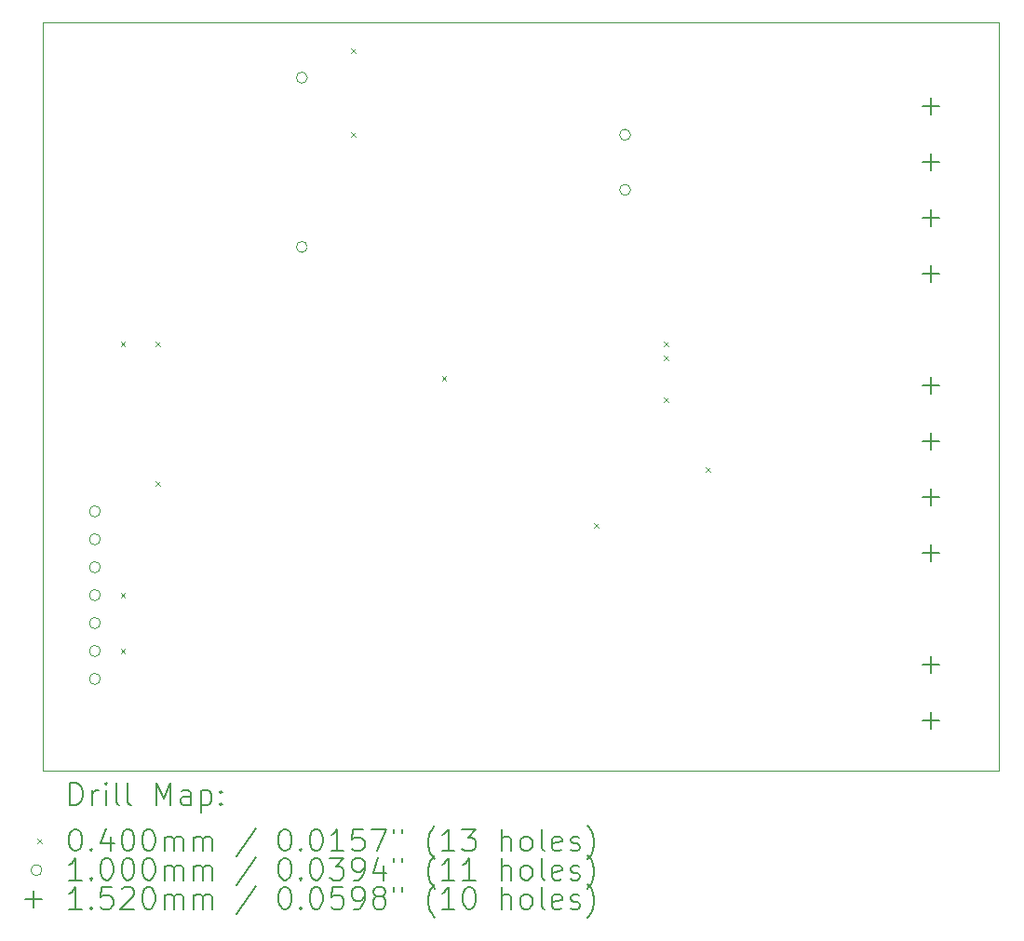
<source format=gbr>
%FSLAX45Y45*%
G04 Gerber Fmt 4.5, Leading zero omitted, Abs format (unit mm)*
G04 Created by KiCad (PCBNEW (6.0.0-0)) date 2022-03-09 14:39:02*
%MOMM*%
%LPD*%
G01*
G04 APERTURE LIST*
%TA.AperFunction,Profile*%
%ADD10C,0.100000*%
%TD*%
%ADD11C,0.200000*%
%ADD12C,0.040000*%
%ADD13C,0.100000*%
%ADD14C,0.152000*%
G04 APERTURE END LIST*
D10*
X10636000Y-5080000D02*
X19336000Y-5080000D01*
X10636000Y-11880000D02*
X10636000Y-5080000D01*
X19336000Y-11880000D02*
X19336000Y-5080000D01*
X10636000Y-11880000D02*
X19336000Y-11880000D01*
D11*
D12*
X11346500Y-7981000D02*
X11386500Y-8021000D01*
X11386500Y-7981000D02*
X11346500Y-8021000D01*
X11346500Y-10267000D02*
X11386500Y-10307000D01*
X11386500Y-10267000D02*
X11346500Y-10307000D01*
X11346500Y-10775000D02*
X11386500Y-10815000D01*
X11386500Y-10775000D02*
X11346500Y-10815000D01*
X11664000Y-7981000D02*
X11704000Y-8021000D01*
X11704000Y-7981000D02*
X11664000Y-8021000D01*
X11664000Y-9251000D02*
X11704000Y-9291000D01*
X11704000Y-9251000D02*
X11664000Y-9291000D01*
X13442000Y-5314000D02*
X13482000Y-5354000D01*
X13482000Y-5314000D02*
X13442000Y-5354000D01*
X13442000Y-6076000D02*
X13482000Y-6116000D01*
X13482000Y-6076000D02*
X13442000Y-6116000D01*
X14267500Y-8298500D02*
X14307500Y-8338500D01*
X14307500Y-8298500D02*
X14267500Y-8338500D01*
X15653000Y-9632000D02*
X15693000Y-9672000D01*
X15693000Y-9632000D02*
X15653000Y-9672000D01*
X16288000Y-7981000D02*
X16328000Y-8021000D01*
X16328000Y-7981000D02*
X16288000Y-8021000D01*
X16288000Y-8108000D02*
X16328000Y-8148000D01*
X16328000Y-8108000D02*
X16288000Y-8148000D01*
X16288000Y-8489000D02*
X16328000Y-8529000D01*
X16328000Y-8489000D02*
X16288000Y-8529000D01*
X16669000Y-9124000D02*
X16709000Y-9164000D01*
X16709000Y-9124000D02*
X16669000Y-9164000D01*
D13*
X11162500Y-9525000D02*
G75*
G03*
X11162500Y-9525000I-50000J0D01*
G01*
X11162500Y-9779000D02*
G75*
G03*
X11162500Y-9779000I-50000J0D01*
G01*
X11162500Y-10033000D02*
G75*
G03*
X11162500Y-10033000I-50000J0D01*
G01*
X11162500Y-10287000D02*
G75*
G03*
X11162500Y-10287000I-50000J0D01*
G01*
X11162500Y-10541000D02*
G75*
G03*
X11162500Y-10541000I-50000J0D01*
G01*
X11162500Y-10795000D02*
G75*
G03*
X11162500Y-10795000I-50000J0D01*
G01*
X11162500Y-11049000D02*
G75*
G03*
X11162500Y-11049000I-50000J0D01*
G01*
X13044250Y-5580000D02*
G75*
G03*
X13044250Y-5580000I-50000J0D01*
G01*
X13044250Y-7120000D02*
G75*
G03*
X13044250Y-7120000I-50000J0D01*
G01*
X15984250Y-6100000D02*
G75*
G03*
X15984250Y-6100000I-50000J0D01*
G01*
X15984250Y-6600000D02*
G75*
G03*
X15984250Y-6600000I-50000J0D01*
G01*
D14*
X18712500Y-5766000D02*
X18712500Y-5918000D01*
X18636500Y-5842000D02*
X18788500Y-5842000D01*
X18712500Y-6274000D02*
X18712500Y-6426000D01*
X18636500Y-6350000D02*
X18788500Y-6350000D01*
X18712500Y-6782000D02*
X18712500Y-6934000D01*
X18636500Y-6858000D02*
X18788500Y-6858000D01*
X18712500Y-7290000D02*
X18712500Y-7442000D01*
X18636500Y-7366000D02*
X18788500Y-7366000D01*
X18712500Y-8306000D02*
X18712500Y-8458000D01*
X18636500Y-8382000D02*
X18788500Y-8382000D01*
X18712500Y-8814000D02*
X18712500Y-8966000D01*
X18636500Y-8890000D02*
X18788500Y-8890000D01*
X18712500Y-9322000D02*
X18712500Y-9474000D01*
X18636500Y-9398000D02*
X18788500Y-9398000D01*
X18712500Y-9830000D02*
X18712500Y-9982000D01*
X18636500Y-9906000D02*
X18788500Y-9906000D01*
X18712500Y-10846000D02*
X18712500Y-10998000D01*
X18636500Y-10922000D02*
X18788500Y-10922000D01*
X18712500Y-11354000D02*
X18712500Y-11506000D01*
X18636500Y-11430000D02*
X18788500Y-11430000D01*
D11*
X10888619Y-12195476D02*
X10888619Y-11995476D01*
X10936238Y-11995476D01*
X10964810Y-12005000D01*
X10983857Y-12024048D01*
X10993381Y-12043095D01*
X11002905Y-12081190D01*
X11002905Y-12109762D01*
X10993381Y-12147857D01*
X10983857Y-12166905D01*
X10964810Y-12185952D01*
X10936238Y-12195476D01*
X10888619Y-12195476D01*
X11088619Y-12195476D02*
X11088619Y-12062143D01*
X11088619Y-12100238D02*
X11098143Y-12081190D01*
X11107667Y-12071667D01*
X11126714Y-12062143D01*
X11145762Y-12062143D01*
X11212428Y-12195476D02*
X11212428Y-12062143D01*
X11212428Y-11995476D02*
X11202905Y-12005000D01*
X11212428Y-12014524D01*
X11221952Y-12005000D01*
X11212428Y-11995476D01*
X11212428Y-12014524D01*
X11336238Y-12195476D02*
X11317190Y-12185952D01*
X11307667Y-12166905D01*
X11307667Y-11995476D01*
X11441000Y-12195476D02*
X11421952Y-12185952D01*
X11412428Y-12166905D01*
X11412428Y-11995476D01*
X11669571Y-12195476D02*
X11669571Y-11995476D01*
X11736238Y-12138333D01*
X11802905Y-11995476D01*
X11802905Y-12195476D01*
X11983857Y-12195476D02*
X11983857Y-12090714D01*
X11974333Y-12071667D01*
X11955286Y-12062143D01*
X11917190Y-12062143D01*
X11898143Y-12071667D01*
X11983857Y-12185952D02*
X11964809Y-12195476D01*
X11917190Y-12195476D01*
X11898143Y-12185952D01*
X11888619Y-12166905D01*
X11888619Y-12147857D01*
X11898143Y-12128809D01*
X11917190Y-12119286D01*
X11964809Y-12119286D01*
X11983857Y-12109762D01*
X12079095Y-12062143D02*
X12079095Y-12262143D01*
X12079095Y-12071667D02*
X12098143Y-12062143D01*
X12136238Y-12062143D01*
X12155286Y-12071667D01*
X12164809Y-12081190D01*
X12174333Y-12100238D01*
X12174333Y-12157381D01*
X12164809Y-12176428D01*
X12155286Y-12185952D01*
X12136238Y-12195476D01*
X12098143Y-12195476D01*
X12079095Y-12185952D01*
X12260048Y-12176428D02*
X12269571Y-12185952D01*
X12260048Y-12195476D01*
X12250524Y-12185952D01*
X12260048Y-12176428D01*
X12260048Y-12195476D01*
X12260048Y-12071667D02*
X12269571Y-12081190D01*
X12260048Y-12090714D01*
X12250524Y-12081190D01*
X12260048Y-12071667D01*
X12260048Y-12090714D01*
D12*
X10591000Y-12505000D02*
X10631000Y-12545000D01*
X10631000Y-12505000D02*
X10591000Y-12545000D01*
D11*
X10926714Y-12415476D02*
X10945762Y-12415476D01*
X10964810Y-12425000D01*
X10974333Y-12434524D01*
X10983857Y-12453571D01*
X10993381Y-12491667D01*
X10993381Y-12539286D01*
X10983857Y-12577381D01*
X10974333Y-12596428D01*
X10964810Y-12605952D01*
X10945762Y-12615476D01*
X10926714Y-12615476D01*
X10907667Y-12605952D01*
X10898143Y-12596428D01*
X10888619Y-12577381D01*
X10879095Y-12539286D01*
X10879095Y-12491667D01*
X10888619Y-12453571D01*
X10898143Y-12434524D01*
X10907667Y-12425000D01*
X10926714Y-12415476D01*
X11079095Y-12596428D02*
X11088619Y-12605952D01*
X11079095Y-12615476D01*
X11069571Y-12605952D01*
X11079095Y-12596428D01*
X11079095Y-12615476D01*
X11260048Y-12482143D02*
X11260048Y-12615476D01*
X11212428Y-12405952D02*
X11164810Y-12548809D01*
X11288619Y-12548809D01*
X11402905Y-12415476D02*
X11421952Y-12415476D01*
X11441000Y-12425000D01*
X11450524Y-12434524D01*
X11460048Y-12453571D01*
X11469571Y-12491667D01*
X11469571Y-12539286D01*
X11460048Y-12577381D01*
X11450524Y-12596428D01*
X11441000Y-12605952D01*
X11421952Y-12615476D01*
X11402905Y-12615476D01*
X11383857Y-12605952D01*
X11374333Y-12596428D01*
X11364809Y-12577381D01*
X11355286Y-12539286D01*
X11355286Y-12491667D01*
X11364809Y-12453571D01*
X11374333Y-12434524D01*
X11383857Y-12425000D01*
X11402905Y-12415476D01*
X11593381Y-12415476D02*
X11612428Y-12415476D01*
X11631476Y-12425000D01*
X11641000Y-12434524D01*
X11650524Y-12453571D01*
X11660048Y-12491667D01*
X11660048Y-12539286D01*
X11650524Y-12577381D01*
X11641000Y-12596428D01*
X11631476Y-12605952D01*
X11612428Y-12615476D01*
X11593381Y-12615476D01*
X11574333Y-12605952D01*
X11564809Y-12596428D01*
X11555286Y-12577381D01*
X11545762Y-12539286D01*
X11545762Y-12491667D01*
X11555286Y-12453571D01*
X11564809Y-12434524D01*
X11574333Y-12425000D01*
X11593381Y-12415476D01*
X11745762Y-12615476D02*
X11745762Y-12482143D01*
X11745762Y-12501190D02*
X11755286Y-12491667D01*
X11774333Y-12482143D01*
X11802905Y-12482143D01*
X11821952Y-12491667D01*
X11831476Y-12510714D01*
X11831476Y-12615476D01*
X11831476Y-12510714D02*
X11841000Y-12491667D01*
X11860048Y-12482143D01*
X11888619Y-12482143D01*
X11907667Y-12491667D01*
X11917190Y-12510714D01*
X11917190Y-12615476D01*
X12012428Y-12615476D02*
X12012428Y-12482143D01*
X12012428Y-12501190D02*
X12021952Y-12491667D01*
X12041000Y-12482143D01*
X12069571Y-12482143D01*
X12088619Y-12491667D01*
X12098143Y-12510714D01*
X12098143Y-12615476D01*
X12098143Y-12510714D02*
X12107667Y-12491667D01*
X12126714Y-12482143D01*
X12155286Y-12482143D01*
X12174333Y-12491667D01*
X12183857Y-12510714D01*
X12183857Y-12615476D01*
X12574333Y-12405952D02*
X12402905Y-12663095D01*
X12831476Y-12415476D02*
X12850524Y-12415476D01*
X12869571Y-12425000D01*
X12879095Y-12434524D01*
X12888619Y-12453571D01*
X12898143Y-12491667D01*
X12898143Y-12539286D01*
X12888619Y-12577381D01*
X12879095Y-12596428D01*
X12869571Y-12605952D01*
X12850524Y-12615476D01*
X12831476Y-12615476D01*
X12812428Y-12605952D01*
X12802905Y-12596428D01*
X12793381Y-12577381D01*
X12783857Y-12539286D01*
X12783857Y-12491667D01*
X12793381Y-12453571D01*
X12802905Y-12434524D01*
X12812428Y-12425000D01*
X12831476Y-12415476D01*
X12983857Y-12596428D02*
X12993381Y-12605952D01*
X12983857Y-12615476D01*
X12974333Y-12605952D01*
X12983857Y-12596428D01*
X12983857Y-12615476D01*
X13117190Y-12415476D02*
X13136238Y-12415476D01*
X13155286Y-12425000D01*
X13164809Y-12434524D01*
X13174333Y-12453571D01*
X13183857Y-12491667D01*
X13183857Y-12539286D01*
X13174333Y-12577381D01*
X13164809Y-12596428D01*
X13155286Y-12605952D01*
X13136238Y-12615476D01*
X13117190Y-12615476D01*
X13098143Y-12605952D01*
X13088619Y-12596428D01*
X13079095Y-12577381D01*
X13069571Y-12539286D01*
X13069571Y-12491667D01*
X13079095Y-12453571D01*
X13088619Y-12434524D01*
X13098143Y-12425000D01*
X13117190Y-12415476D01*
X13374333Y-12615476D02*
X13260048Y-12615476D01*
X13317190Y-12615476D02*
X13317190Y-12415476D01*
X13298143Y-12444048D01*
X13279095Y-12463095D01*
X13260048Y-12472619D01*
X13555286Y-12415476D02*
X13460048Y-12415476D01*
X13450524Y-12510714D01*
X13460048Y-12501190D01*
X13479095Y-12491667D01*
X13526714Y-12491667D01*
X13545762Y-12501190D01*
X13555286Y-12510714D01*
X13564809Y-12529762D01*
X13564809Y-12577381D01*
X13555286Y-12596428D01*
X13545762Y-12605952D01*
X13526714Y-12615476D01*
X13479095Y-12615476D01*
X13460048Y-12605952D01*
X13450524Y-12596428D01*
X13631476Y-12415476D02*
X13764809Y-12415476D01*
X13679095Y-12615476D01*
X13831476Y-12415476D02*
X13831476Y-12453571D01*
X13907667Y-12415476D02*
X13907667Y-12453571D01*
X14202905Y-12691667D02*
X14193381Y-12682143D01*
X14174333Y-12653571D01*
X14164809Y-12634524D01*
X14155286Y-12605952D01*
X14145762Y-12558333D01*
X14145762Y-12520238D01*
X14155286Y-12472619D01*
X14164809Y-12444048D01*
X14174333Y-12425000D01*
X14193381Y-12396428D01*
X14202905Y-12386905D01*
X14383857Y-12615476D02*
X14269571Y-12615476D01*
X14326714Y-12615476D02*
X14326714Y-12415476D01*
X14307667Y-12444048D01*
X14288619Y-12463095D01*
X14269571Y-12472619D01*
X14450524Y-12415476D02*
X14574333Y-12415476D01*
X14507667Y-12491667D01*
X14536238Y-12491667D01*
X14555286Y-12501190D01*
X14564809Y-12510714D01*
X14574333Y-12529762D01*
X14574333Y-12577381D01*
X14564809Y-12596428D01*
X14555286Y-12605952D01*
X14536238Y-12615476D01*
X14479095Y-12615476D01*
X14460048Y-12605952D01*
X14450524Y-12596428D01*
X14812428Y-12615476D02*
X14812428Y-12415476D01*
X14898143Y-12615476D02*
X14898143Y-12510714D01*
X14888619Y-12491667D01*
X14869571Y-12482143D01*
X14841000Y-12482143D01*
X14821952Y-12491667D01*
X14812428Y-12501190D01*
X15021952Y-12615476D02*
X15002905Y-12605952D01*
X14993381Y-12596428D01*
X14983857Y-12577381D01*
X14983857Y-12520238D01*
X14993381Y-12501190D01*
X15002905Y-12491667D01*
X15021952Y-12482143D01*
X15050524Y-12482143D01*
X15069571Y-12491667D01*
X15079095Y-12501190D01*
X15088619Y-12520238D01*
X15088619Y-12577381D01*
X15079095Y-12596428D01*
X15069571Y-12605952D01*
X15050524Y-12615476D01*
X15021952Y-12615476D01*
X15202905Y-12615476D02*
X15183857Y-12605952D01*
X15174333Y-12586905D01*
X15174333Y-12415476D01*
X15355286Y-12605952D02*
X15336238Y-12615476D01*
X15298143Y-12615476D01*
X15279095Y-12605952D01*
X15269571Y-12586905D01*
X15269571Y-12510714D01*
X15279095Y-12491667D01*
X15298143Y-12482143D01*
X15336238Y-12482143D01*
X15355286Y-12491667D01*
X15364809Y-12510714D01*
X15364809Y-12529762D01*
X15269571Y-12548809D01*
X15441000Y-12605952D02*
X15460048Y-12615476D01*
X15498143Y-12615476D01*
X15517190Y-12605952D01*
X15526714Y-12586905D01*
X15526714Y-12577381D01*
X15517190Y-12558333D01*
X15498143Y-12548809D01*
X15469571Y-12548809D01*
X15450524Y-12539286D01*
X15441000Y-12520238D01*
X15441000Y-12510714D01*
X15450524Y-12491667D01*
X15469571Y-12482143D01*
X15498143Y-12482143D01*
X15517190Y-12491667D01*
X15593381Y-12691667D02*
X15602905Y-12682143D01*
X15621952Y-12653571D01*
X15631476Y-12634524D01*
X15641000Y-12605952D01*
X15650524Y-12558333D01*
X15650524Y-12520238D01*
X15641000Y-12472619D01*
X15631476Y-12444048D01*
X15621952Y-12425000D01*
X15602905Y-12396428D01*
X15593381Y-12386905D01*
D13*
X10631000Y-12789000D02*
G75*
G03*
X10631000Y-12789000I-50000J0D01*
G01*
D11*
X10993381Y-12879476D02*
X10879095Y-12879476D01*
X10936238Y-12879476D02*
X10936238Y-12679476D01*
X10917190Y-12708048D01*
X10898143Y-12727095D01*
X10879095Y-12736619D01*
X11079095Y-12860428D02*
X11088619Y-12869952D01*
X11079095Y-12879476D01*
X11069571Y-12869952D01*
X11079095Y-12860428D01*
X11079095Y-12879476D01*
X11212428Y-12679476D02*
X11231476Y-12679476D01*
X11250524Y-12689000D01*
X11260048Y-12698524D01*
X11269571Y-12717571D01*
X11279095Y-12755667D01*
X11279095Y-12803286D01*
X11269571Y-12841381D01*
X11260048Y-12860428D01*
X11250524Y-12869952D01*
X11231476Y-12879476D01*
X11212428Y-12879476D01*
X11193381Y-12869952D01*
X11183857Y-12860428D01*
X11174333Y-12841381D01*
X11164810Y-12803286D01*
X11164810Y-12755667D01*
X11174333Y-12717571D01*
X11183857Y-12698524D01*
X11193381Y-12689000D01*
X11212428Y-12679476D01*
X11402905Y-12679476D02*
X11421952Y-12679476D01*
X11441000Y-12689000D01*
X11450524Y-12698524D01*
X11460048Y-12717571D01*
X11469571Y-12755667D01*
X11469571Y-12803286D01*
X11460048Y-12841381D01*
X11450524Y-12860428D01*
X11441000Y-12869952D01*
X11421952Y-12879476D01*
X11402905Y-12879476D01*
X11383857Y-12869952D01*
X11374333Y-12860428D01*
X11364809Y-12841381D01*
X11355286Y-12803286D01*
X11355286Y-12755667D01*
X11364809Y-12717571D01*
X11374333Y-12698524D01*
X11383857Y-12689000D01*
X11402905Y-12679476D01*
X11593381Y-12679476D02*
X11612428Y-12679476D01*
X11631476Y-12689000D01*
X11641000Y-12698524D01*
X11650524Y-12717571D01*
X11660048Y-12755667D01*
X11660048Y-12803286D01*
X11650524Y-12841381D01*
X11641000Y-12860428D01*
X11631476Y-12869952D01*
X11612428Y-12879476D01*
X11593381Y-12879476D01*
X11574333Y-12869952D01*
X11564809Y-12860428D01*
X11555286Y-12841381D01*
X11545762Y-12803286D01*
X11545762Y-12755667D01*
X11555286Y-12717571D01*
X11564809Y-12698524D01*
X11574333Y-12689000D01*
X11593381Y-12679476D01*
X11745762Y-12879476D02*
X11745762Y-12746143D01*
X11745762Y-12765190D02*
X11755286Y-12755667D01*
X11774333Y-12746143D01*
X11802905Y-12746143D01*
X11821952Y-12755667D01*
X11831476Y-12774714D01*
X11831476Y-12879476D01*
X11831476Y-12774714D02*
X11841000Y-12755667D01*
X11860048Y-12746143D01*
X11888619Y-12746143D01*
X11907667Y-12755667D01*
X11917190Y-12774714D01*
X11917190Y-12879476D01*
X12012428Y-12879476D02*
X12012428Y-12746143D01*
X12012428Y-12765190D02*
X12021952Y-12755667D01*
X12041000Y-12746143D01*
X12069571Y-12746143D01*
X12088619Y-12755667D01*
X12098143Y-12774714D01*
X12098143Y-12879476D01*
X12098143Y-12774714D02*
X12107667Y-12755667D01*
X12126714Y-12746143D01*
X12155286Y-12746143D01*
X12174333Y-12755667D01*
X12183857Y-12774714D01*
X12183857Y-12879476D01*
X12574333Y-12669952D02*
X12402905Y-12927095D01*
X12831476Y-12679476D02*
X12850524Y-12679476D01*
X12869571Y-12689000D01*
X12879095Y-12698524D01*
X12888619Y-12717571D01*
X12898143Y-12755667D01*
X12898143Y-12803286D01*
X12888619Y-12841381D01*
X12879095Y-12860428D01*
X12869571Y-12869952D01*
X12850524Y-12879476D01*
X12831476Y-12879476D01*
X12812428Y-12869952D01*
X12802905Y-12860428D01*
X12793381Y-12841381D01*
X12783857Y-12803286D01*
X12783857Y-12755667D01*
X12793381Y-12717571D01*
X12802905Y-12698524D01*
X12812428Y-12689000D01*
X12831476Y-12679476D01*
X12983857Y-12860428D02*
X12993381Y-12869952D01*
X12983857Y-12879476D01*
X12974333Y-12869952D01*
X12983857Y-12860428D01*
X12983857Y-12879476D01*
X13117190Y-12679476D02*
X13136238Y-12679476D01*
X13155286Y-12689000D01*
X13164809Y-12698524D01*
X13174333Y-12717571D01*
X13183857Y-12755667D01*
X13183857Y-12803286D01*
X13174333Y-12841381D01*
X13164809Y-12860428D01*
X13155286Y-12869952D01*
X13136238Y-12879476D01*
X13117190Y-12879476D01*
X13098143Y-12869952D01*
X13088619Y-12860428D01*
X13079095Y-12841381D01*
X13069571Y-12803286D01*
X13069571Y-12755667D01*
X13079095Y-12717571D01*
X13088619Y-12698524D01*
X13098143Y-12689000D01*
X13117190Y-12679476D01*
X13250524Y-12679476D02*
X13374333Y-12679476D01*
X13307667Y-12755667D01*
X13336238Y-12755667D01*
X13355286Y-12765190D01*
X13364809Y-12774714D01*
X13374333Y-12793762D01*
X13374333Y-12841381D01*
X13364809Y-12860428D01*
X13355286Y-12869952D01*
X13336238Y-12879476D01*
X13279095Y-12879476D01*
X13260048Y-12869952D01*
X13250524Y-12860428D01*
X13469571Y-12879476D02*
X13507667Y-12879476D01*
X13526714Y-12869952D01*
X13536238Y-12860428D01*
X13555286Y-12831857D01*
X13564809Y-12793762D01*
X13564809Y-12717571D01*
X13555286Y-12698524D01*
X13545762Y-12689000D01*
X13526714Y-12679476D01*
X13488619Y-12679476D01*
X13469571Y-12689000D01*
X13460048Y-12698524D01*
X13450524Y-12717571D01*
X13450524Y-12765190D01*
X13460048Y-12784238D01*
X13469571Y-12793762D01*
X13488619Y-12803286D01*
X13526714Y-12803286D01*
X13545762Y-12793762D01*
X13555286Y-12784238D01*
X13564809Y-12765190D01*
X13736238Y-12746143D02*
X13736238Y-12879476D01*
X13688619Y-12669952D02*
X13641000Y-12812809D01*
X13764809Y-12812809D01*
X13831476Y-12679476D02*
X13831476Y-12717571D01*
X13907667Y-12679476D02*
X13907667Y-12717571D01*
X14202905Y-12955667D02*
X14193381Y-12946143D01*
X14174333Y-12917571D01*
X14164809Y-12898524D01*
X14155286Y-12869952D01*
X14145762Y-12822333D01*
X14145762Y-12784238D01*
X14155286Y-12736619D01*
X14164809Y-12708048D01*
X14174333Y-12689000D01*
X14193381Y-12660428D01*
X14202905Y-12650905D01*
X14383857Y-12879476D02*
X14269571Y-12879476D01*
X14326714Y-12879476D02*
X14326714Y-12679476D01*
X14307667Y-12708048D01*
X14288619Y-12727095D01*
X14269571Y-12736619D01*
X14574333Y-12879476D02*
X14460048Y-12879476D01*
X14517190Y-12879476D02*
X14517190Y-12679476D01*
X14498143Y-12708048D01*
X14479095Y-12727095D01*
X14460048Y-12736619D01*
X14812428Y-12879476D02*
X14812428Y-12679476D01*
X14898143Y-12879476D02*
X14898143Y-12774714D01*
X14888619Y-12755667D01*
X14869571Y-12746143D01*
X14841000Y-12746143D01*
X14821952Y-12755667D01*
X14812428Y-12765190D01*
X15021952Y-12879476D02*
X15002905Y-12869952D01*
X14993381Y-12860428D01*
X14983857Y-12841381D01*
X14983857Y-12784238D01*
X14993381Y-12765190D01*
X15002905Y-12755667D01*
X15021952Y-12746143D01*
X15050524Y-12746143D01*
X15069571Y-12755667D01*
X15079095Y-12765190D01*
X15088619Y-12784238D01*
X15088619Y-12841381D01*
X15079095Y-12860428D01*
X15069571Y-12869952D01*
X15050524Y-12879476D01*
X15021952Y-12879476D01*
X15202905Y-12879476D02*
X15183857Y-12869952D01*
X15174333Y-12850905D01*
X15174333Y-12679476D01*
X15355286Y-12869952D02*
X15336238Y-12879476D01*
X15298143Y-12879476D01*
X15279095Y-12869952D01*
X15269571Y-12850905D01*
X15269571Y-12774714D01*
X15279095Y-12755667D01*
X15298143Y-12746143D01*
X15336238Y-12746143D01*
X15355286Y-12755667D01*
X15364809Y-12774714D01*
X15364809Y-12793762D01*
X15269571Y-12812809D01*
X15441000Y-12869952D02*
X15460048Y-12879476D01*
X15498143Y-12879476D01*
X15517190Y-12869952D01*
X15526714Y-12850905D01*
X15526714Y-12841381D01*
X15517190Y-12822333D01*
X15498143Y-12812809D01*
X15469571Y-12812809D01*
X15450524Y-12803286D01*
X15441000Y-12784238D01*
X15441000Y-12774714D01*
X15450524Y-12755667D01*
X15469571Y-12746143D01*
X15498143Y-12746143D01*
X15517190Y-12755667D01*
X15593381Y-12955667D02*
X15602905Y-12946143D01*
X15621952Y-12917571D01*
X15631476Y-12898524D01*
X15641000Y-12869952D01*
X15650524Y-12822333D01*
X15650524Y-12784238D01*
X15641000Y-12736619D01*
X15631476Y-12708048D01*
X15621952Y-12689000D01*
X15602905Y-12660428D01*
X15593381Y-12650905D01*
D14*
X10555000Y-12977000D02*
X10555000Y-13129000D01*
X10479000Y-13053000D02*
X10631000Y-13053000D01*
D11*
X10993381Y-13143476D02*
X10879095Y-13143476D01*
X10936238Y-13143476D02*
X10936238Y-12943476D01*
X10917190Y-12972048D01*
X10898143Y-12991095D01*
X10879095Y-13000619D01*
X11079095Y-13124428D02*
X11088619Y-13133952D01*
X11079095Y-13143476D01*
X11069571Y-13133952D01*
X11079095Y-13124428D01*
X11079095Y-13143476D01*
X11269571Y-12943476D02*
X11174333Y-12943476D01*
X11164810Y-13038714D01*
X11174333Y-13029190D01*
X11193381Y-13019667D01*
X11241000Y-13019667D01*
X11260048Y-13029190D01*
X11269571Y-13038714D01*
X11279095Y-13057762D01*
X11279095Y-13105381D01*
X11269571Y-13124428D01*
X11260048Y-13133952D01*
X11241000Y-13143476D01*
X11193381Y-13143476D01*
X11174333Y-13133952D01*
X11164810Y-13124428D01*
X11355286Y-12962524D02*
X11364809Y-12953000D01*
X11383857Y-12943476D01*
X11431476Y-12943476D01*
X11450524Y-12953000D01*
X11460048Y-12962524D01*
X11469571Y-12981571D01*
X11469571Y-13000619D01*
X11460048Y-13029190D01*
X11345762Y-13143476D01*
X11469571Y-13143476D01*
X11593381Y-12943476D02*
X11612428Y-12943476D01*
X11631476Y-12953000D01*
X11641000Y-12962524D01*
X11650524Y-12981571D01*
X11660048Y-13019667D01*
X11660048Y-13067286D01*
X11650524Y-13105381D01*
X11641000Y-13124428D01*
X11631476Y-13133952D01*
X11612428Y-13143476D01*
X11593381Y-13143476D01*
X11574333Y-13133952D01*
X11564809Y-13124428D01*
X11555286Y-13105381D01*
X11545762Y-13067286D01*
X11545762Y-13019667D01*
X11555286Y-12981571D01*
X11564809Y-12962524D01*
X11574333Y-12953000D01*
X11593381Y-12943476D01*
X11745762Y-13143476D02*
X11745762Y-13010143D01*
X11745762Y-13029190D02*
X11755286Y-13019667D01*
X11774333Y-13010143D01*
X11802905Y-13010143D01*
X11821952Y-13019667D01*
X11831476Y-13038714D01*
X11831476Y-13143476D01*
X11831476Y-13038714D02*
X11841000Y-13019667D01*
X11860048Y-13010143D01*
X11888619Y-13010143D01*
X11907667Y-13019667D01*
X11917190Y-13038714D01*
X11917190Y-13143476D01*
X12012428Y-13143476D02*
X12012428Y-13010143D01*
X12012428Y-13029190D02*
X12021952Y-13019667D01*
X12041000Y-13010143D01*
X12069571Y-13010143D01*
X12088619Y-13019667D01*
X12098143Y-13038714D01*
X12098143Y-13143476D01*
X12098143Y-13038714D02*
X12107667Y-13019667D01*
X12126714Y-13010143D01*
X12155286Y-13010143D01*
X12174333Y-13019667D01*
X12183857Y-13038714D01*
X12183857Y-13143476D01*
X12574333Y-12933952D02*
X12402905Y-13191095D01*
X12831476Y-12943476D02*
X12850524Y-12943476D01*
X12869571Y-12953000D01*
X12879095Y-12962524D01*
X12888619Y-12981571D01*
X12898143Y-13019667D01*
X12898143Y-13067286D01*
X12888619Y-13105381D01*
X12879095Y-13124428D01*
X12869571Y-13133952D01*
X12850524Y-13143476D01*
X12831476Y-13143476D01*
X12812428Y-13133952D01*
X12802905Y-13124428D01*
X12793381Y-13105381D01*
X12783857Y-13067286D01*
X12783857Y-13019667D01*
X12793381Y-12981571D01*
X12802905Y-12962524D01*
X12812428Y-12953000D01*
X12831476Y-12943476D01*
X12983857Y-13124428D02*
X12993381Y-13133952D01*
X12983857Y-13143476D01*
X12974333Y-13133952D01*
X12983857Y-13124428D01*
X12983857Y-13143476D01*
X13117190Y-12943476D02*
X13136238Y-12943476D01*
X13155286Y-12953000D01*
X13164809Y-12962524D01*
X13174333Y-12981571D01*
X13183857Y-13019667D01*
X13183857Y-13067286D01*
X13174333Y-13105381D01*
X13164809Y-13124428D01*
X13155286Y-13133952D01*
X13136238Y-13143476D01*
X13117190Y-13143476D01*
X13098143Y-13133952D01*
X13088619Y-13124428D01*
X13079095Y-13105381D01*
X13069571Y-13067286D01*
X13069571Y-13019667D01*
X13079095Y-12981571D01*
X13088619Y-12962524D01*
X13098143Y-12953000D01*
X13117190Y-12943476D01*
X13364809Y-12943476D02*
X13269571Y-12943476D01*
X13260048Y-13038714D01*
X13269571Y-13029190D01*
X13288619Y-13019667D01*
X13336238Y-13019667D01*
X13355286Y-13029190D01*
X13364809Y-13038714D01*
X13374333Y-13057762D01*
X13374333Y-13105381D01*
X13364809Y-13124428D01*
X13355286Y-13133952D01*
X13336238Y-13143476D01*
X13288619Y-13143476D01*
X13269571Y-13133952D01*
X13260048Y-13124428D01*
X13469571Y-13143476D02*
X13507667Y-13143476D01*
X13526714Y-13133952D01*
X13536238Y-13124428D01*
X13555286Y-13095857D01*
X13564809Y-13057762D01*
X13564809Y-12981571D01*
X13555286Y-12962524D01*
X13545762Y-12953000D01*
X13526714Y-12943476D01*
X13488619Y-12943476D01*
X13469571Y-12953000D01*
X13460048Y-12962524D01*
X13450524Y-12981571D01*
X13450524Y-13029190D01*
X13460048Y-13048238D01*
X13469571Y-13057762D01*
X13488619Y-13067286D01*
X13526714Y-13067286D01*
X13545762Y-13057762D01*
X13555286Y-13048238D01*
X13564809Y-13029190D01*
X13679095Y-13029190D02*
X13660048Y-13019667D01*
X13650524Y-13010143D01*
X13641000Y-12991095D01*
X13641000Y-12981571D01*
X13650524Y-12962524D01*
X13660048Y-12953000D01*
X13679095Y-12943476D01*
X13717190Y-12943476D01*
X13736238Y-12953000D01*
X13745762Y-12962524D01*
X13755286Y-12981571D01*
X13755286Y-12991095D01*
X13745762Y-13010143D01*
X13736238Y-13019667D01*
X13717190Y-13029190D01*
X13679095Y-13029190D01*
X13660048Y-13038714D01*
X13650524Y-13048238D01*
X13641000Y-13067286D01*
X13641000Y-13105381D01*
X13650524Y-13124428D01*
X13660048Y-13133952D01*
X13679095Y-13143476D01*
X13717190Y-13143476D01*
X13736238Y-13133952D01*
X13745762Y-13124428D01*
X13755286Y-13105381D01*
X13755286Y-13067286D01*
X13745762Y-13048238D01*
X13736238Y-13038714D01*
X13717190Y-13029190D01*
X13831476Y-12943476D02*
X13831476Y-12981571D01*
X13907667Y-12943476D02*
X13907667Y-12981571D01*
X14202905Y-13219667D02*
X14193381Y-13210143D01*
X14174333Y-13181571D01*
X14164809Y-13162524D01*
X14155286Y-13133952D01*
X14145762Y-13086333D01*
X14145762Y-13048238D01*
X14155286Y-13000619D01*
X14164809Y-12972048D01*
X14174333Y-12953000D01*
X14193381Y-12924428D01*
X14202905Y-12914905D01*
X14383857Y-13143476D02*
X14269571Y-13143476D01*
X14326714Y-13143476D02*
X14326714Y-12943476D01*
X14307667Y-12972048D01*
X14288619Y-12991095D01*
X14269571Y-13000619D01*
X14507667Y-12943476D02*
X14526714Y-12943476D01*
X14545762Y-12953000D01*
X14555286Y-12962524D01*
X14564809Y-12981571D01*
X14574333Y-13019667D01*
X14574333Y-13067286D01*
X14564809Y-13105381D01*
X14555286Y-13124428D01*
X14545762Y-13133952D01*
X14526714Y-13143476D01*
X14507667Y-13143476D01*
X14488619Y-13133952D01*
X14479095Y-13124428D01*
X14469571Y-13105381D01*
X14460048Y-13067286D01*
X14460048Y-13019667D01*
X14469571Y-12981571D01*
X14479095Y-12962524D01*
X14488619Y-12953000D01*
X14507667Y-12943476D01*
X14812428Y-13143476D02*
X14812428Y-12943476D01*
X14898143Y-13143476D02*
X14898143Y-13038714D01*
X14888619Y-13019667D01*
X14869571Y-13010143D01*
X14841000Y-13010143D01*
X14821952Y-13019667D01*
X14812428Y-13029190D01*
X15021952Y-13143476D02*
X15002905Y-13133952D01*
X14993381Y-13124428D01*
X14983857Y-13105381D01*
X14983857Y-13048238D01*
X14993381Y-13029190D01*
X15002905Y-13019667D01*
X15021952Y-13010143D01*
X15050524Y-13010143D01*
X15069571Y-13019667D01*
X15079095Y-13029190D01*
X15088619Y-13048238D01*
X15088619Y-13105381D01*
X15079095Y-13124428D01*
X15069571Y-13133952D01*
X15050524Y-13143476D01*
X15021952Y-13143476D01*
X15202905Y-13143476D02*
X15183857Y-13133952D01*
X15174333Y-13114905D01*
X15174333Y-12943476D01*
X15355286Y-13133952D02*
X15336238Y-13143476D01*
X15298143Y-13143476D01*
X15279095Y-13133952D01*
X15269571Y-13114905D01*
X15269571Y-13038714D01*
X15279095Y-13019667D01*
X15298143Y-13010143D01*
X15336238Y-13010143D01*
X15355286Y-13019667D01*
X15364809Y-13038714D01*
X15364809Y-13057762D01*
X15269571Y-13076809D01*
X15441000Y-13133952D02*
X15460048Y-13143476D01*
X15498143Y-13143476D01*
X15517190Y-13133952D01*
X15526714Y-13114905D01*
X15526714Y-13105381D01*
X15517190Y-13086333D01*
X15498143Y-13076809D01*
X15469571Y-13076809D01*
X15450524Y-13067286D01*
X15441000Y-13048238D01*
X15441000Y-13038714D01*
X15450524Y-13019667D01*
X15469571Y-13010143D01*
X15498143Y-13010143D01*
X15517190Y-13019667D01*
X15593381Y-13219667D02*
X15602905Y-13210143D01*
X15621952Y-13181571D01*
X15631476Y-13162524D01*
X15641000Y-13133952D01*
X15650524Y-13086333D01*
X15650524Y-13048238D01*
X15641000Y-13000619D01*
X15631476Y-12972048D01*
X15621952Y-12953000D01*
X15602905Y-12924428D01*
X15593381Y-12914905D01*
M02*

</source>
